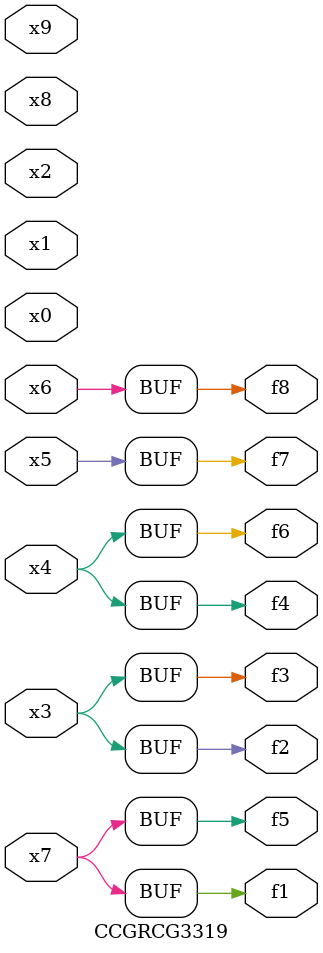
<source format=v>
module CCGRCG3319(
	input x0, x1, x2, x3, x4, x5, x6, x7, x8, x9,
	output f1, f2, f3, f4, f5, f6, f7, f8
);
	assign f1 = x7;
	assign f2 = x3;
	assign f3 = x3;
	assign f4 = x4;
	assign f5 = x7;
	assign f6 = x4;
	assign f7 = x5;
	assign f8 = x6;
endmodule

</source>
